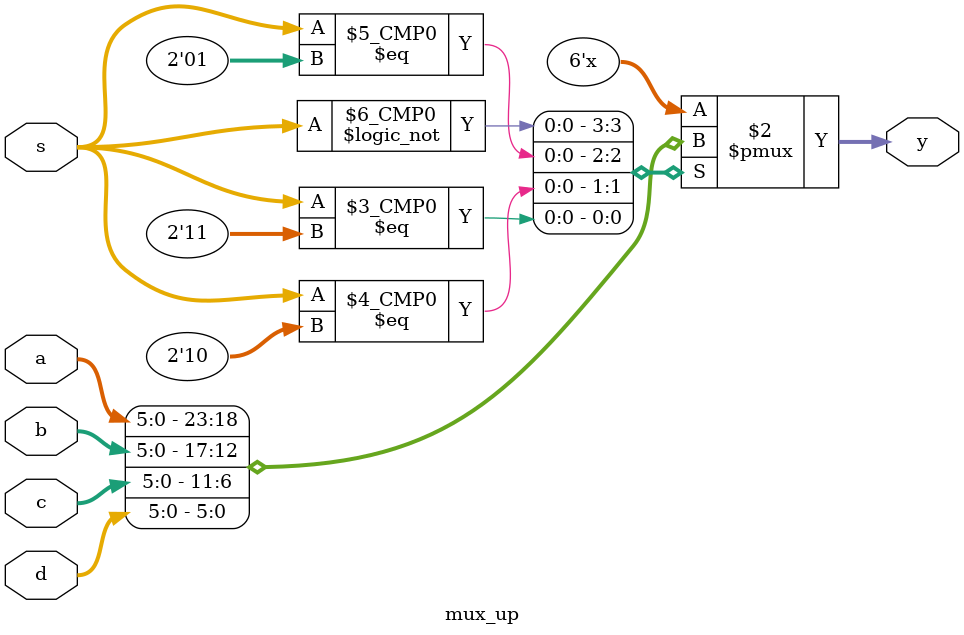
<source format=v>
`timescale 1ns / 1ps
module mux_up(a,b,c,d,s,y);
input [5:0]a,b,c,d;
input [1:0]s;
output [5:0]y;
reg [5:0]y;
always @(a,b,c,d)
begin
case(s)
2'b00:y=a;
2'b01:y=b;
2'b10:y=c;
2'b11:y=d;
default:y=1;
endcase
end
endmodule

</source>
